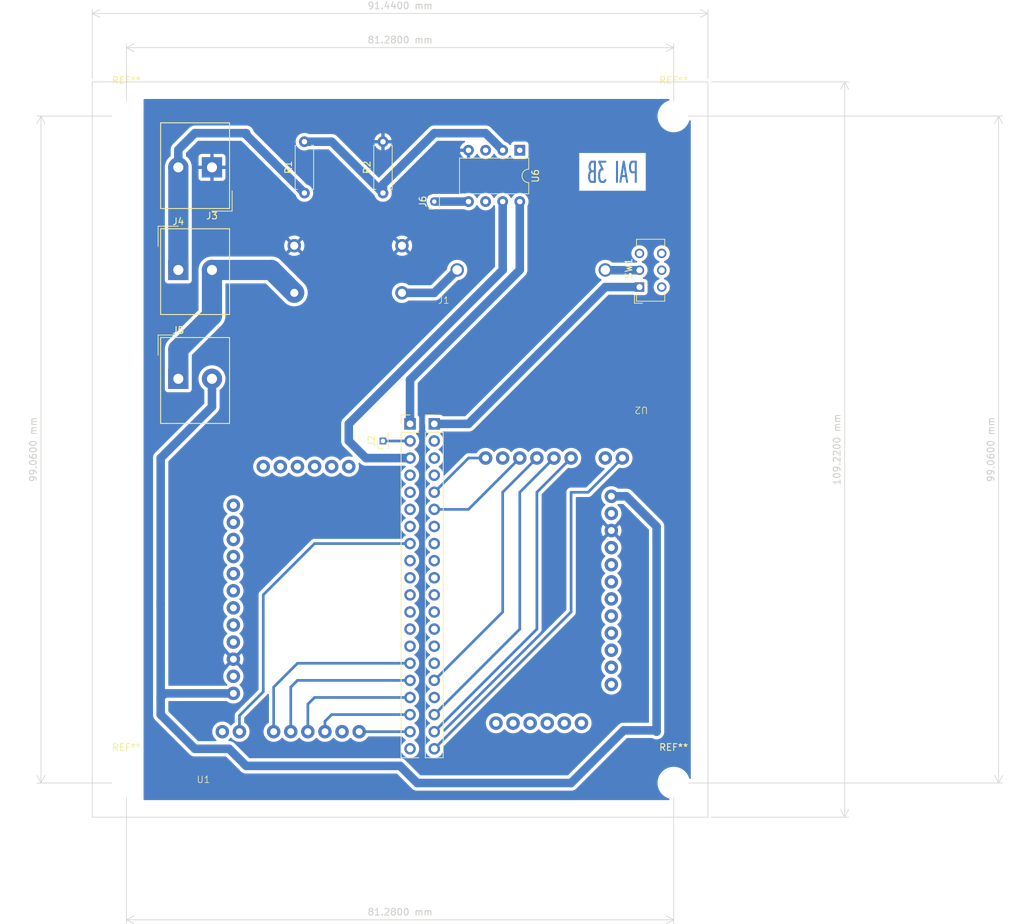
<source format=kicad_pcb>
(kicad_pcb (version 20221018) (generator pcbnew)
  (layers (0 "F.Cu" signal) (31 "B.Cu" signal) (34 "B.Paste" user) (35 "F.Paste" user) (36 "B.SilkS" user "B.Silkscreen") (37 "F.SilkS" user "F.Silkscreen") (38 "B.Mask" user) (39 "F.Mask" user) (44 "Edge.Cuts" user))
  (net 0 "")
  (net 1 "Net-(J1-Pin_1)")
  (net 2 "Net-(J4-Pin_2)")
  (net 8 "Net-(J1-Pin_2)")
  (net 23 "Net-(J5-Pin_2)")
  (net 24 "Net-(U1-M2PWM)")
  (net 25 "Net-(U1-M1PWM)")
  (net 26 "Net-(U1-M2Dir)")
  (net 27 "Net-(U1-M1Dir)")
  (net 28 "Net-(U1-M2EN)")
  (net 45 "Net-(U2-M2Fault)")
  (net 47 "Net-(U2-M2PWM)")
  (net 48 "Net-(U2-M1PWM)")
  (net 49 "Net-(U2-M2Dir)")
  (net 50 "Net-(U2-M1Dir)")
  (net 52 "Net-(U2-M1EN)")
  (net 53 "Net-(U6-XTAL1{slash}PB3)")
  (net 54 "Net-(SW1-A-Pad1)")
  (net 56 "Net-(U6-VCC)")
  (net 80 "Net-(U6-PB2)")
  (net 85 "GND")
  (net 86 "+24V")
  (net 88 "Net-(J2-Pin_1)")
  (net 89 "Net-(J6-Pin_1)")
  (net 91 "Net-(U1-M2Fault)")
  (footprint "libpai:regulador" (layer "F.Cu") (at 168.9225 88.2175 90)
    (fp_text reference "U4" hide)
    (fp_text value "~" hide)
    (pad "1" thru_hole circle (at 1 -17 90) (size 2 2) (drill 1.2) (layers "*.Cu" "*.Mask") (net 2 "Net-(J4-Pin_2)"))
    (pad "2" thru_hole circle (at 8 -17 90) (size 2 2) (drill 1.2) (layers "*.Cu" "*.Mask") (net 85 "GND"))
    (pad "3" thru_hole circle (at 1 -1 91.02) (size 2 2) (drill 1.2) (layers "*.Cu" "*.Mask") (net 1 "Net-(J1-Pin_1)"))
    (pad "4" thru_hole circle (at 8 -1 90) (size 2 2) (drill 1.2) (layers "*.Cu" "*.Mask") (net 85 "GND"))
  )
  (footprint "libpai:fusible" (layer "F.Cu") (at 174.12 88.82)
    (fp_text reference "J1" (at 0 -0.5 unlocked) (layer "F.SilkS") (effects (font (thickness 0.1))))
    (fp_text value "Fusible")
    (pad "1" thru_hole circle (at 2 -5) (size 2 2) (drill 1.4) (layers "*.Cu" "*.Mask") (net 1 "Net-(J1-Pin_1)"))
    (pad "2" thru_hole circle (at 24 -5) (size 2 2) (drill 1.4) (layers "*.Cu" "*.Mask") (net 8 "Net-(J1-Pin_2)"))
  )
  (footprint "Resistor_THT:R_Axial_DIN0207_L6.3mm_D2.5mm_P7.62mm_Horizontal" (layer "F.Cu") (at 153.43 72.39 90)
    (fp_text reference "R1" (at 3.81 -2.37 90) (layer "F.SilkS"))
    (fp_text value "R")
    (fp_line (start 0.54 -1.37) (end 7.08 -1.37) (stroke (width 0.12)) (layer "F.SilkS"))
    (fp_line (start 0.54 -1.04) (end 0.54 -1.37) (stroke (width 0.12)) (layer "F.SilkS"))
    (fp_line (start 0.54 1.04) (end 0.54 1.37) (stroke (width 0.12)) (layer "F.SilkS"))
    (fp_line (start 0.54 1.37) (end 7.08 1.37) (stroke (width 0.12)) (layer "F.SilkS"))
    (fp_line (start 7.08 -1.37) (end 7.08 -1.04) (stroke (width 0.12)) (layer "F.SilkS"))
    (fp_line (start 7.08 1.37) (end 7.08 1.04) (stroke (width 0.12)) (layer "F.SilkS"))
    (pad "1" thru_hole circle (at 0 0 90) (size 1.6 1.6) (drill 0.8) (layers "*.Cu" "*.Mask") (net 86 "+24V"))
    (pad "2" thru_hole oval (at 7.62 0 90) (size 1.6 1.6) (drill 0.8) (layers "*.Cu" "*.Mask") (net 53 "Net-(U6-XTAL1{slash}PB3)"))
  )
  (footprint "Package_DIP:DIP-8_W7.62mm" (layer "F.Cu") (at 185.42 66.04 -90)
    (fp_text reference "U6" (at 3.81 -2.33 90) (layer "F.SilkS"))
    (fp_text value "ATtiny85-20P")
    (fp_line (start 1.16 -1.33) (end 1.16 8.95) (stroke (width 0.12)) (layer "F.SilkS"))
    (fp_line (start 1.16 8.95) (end 6.46 8.95) (stroke (width 0.12)) (layer "F.SilkS"))
    (fp_line (start 2.81 -1.33) (end 1.16 -1.33) (stroke (width 0.12)) (layer "F.SilkS"))
    (fp_line (start 6.46 -1.33) (end 4.81 -1.33) (stroke (width 0.12)) (layer "F.SilkS"))
    (fp_line (start 6.46 8.95) (end 6.46 -1.33) (stroke (width 0.12)) (layer "F.SilkS"))
    (fp_arc (start 4.81 -1.33) (mid 3.81 -0.33) (end 2.81 -1.33) (stroke (width 0.12)) (layer "F.SilkS"))
    (pad "1" thru_hole rect (at 0 0 270) (size 1.6 1.6) (drill 0.8) (layers "*.Cu" "*.Mask"))
    (pad "2" thru_hole oval (at 0 2.54 270) (size 1.6 1.6) (drill 0.8) (layers "*.Cu" "*.Mask") (net 53 "Net-(U6-XTAL1{slash}PB3)"))
    (pad "3" thru_hole oval (at 0 5.08 270) (size 1.6 1.6) (drill 0.8) (layers "*.Cu" "*.Mask"))
    (pad "4" thru_hole oval (at 0 7.62 270) (size 1.6 1.6) (drill 0.8) (layers "*.Cu" "*.Mask") (net 85 "GND"))
    (pad "5" thru_hole oval (at 7.62 7.62 270) (size 1.6 1.6) (drill 0.8) (layers "*.Cu" "*.Mask") (net 89 "Net-(J6-Pin_1)"))
    (pad "6" thru_hole oval (at 7.62 5.08 270) (size 1.6 1.6) (drill 0.8) (layers "*.Cu" "*.Mask"))
    (pad "7" thru_hole oval (at 7.62 2.54 270) (size 1.6 1.6) (drill 0.8) (layers "*.Cu" "*.Mask") (net 80 "Net-(U6-PB2)"))
    (pad "8" thru_hole oval (at 7.62 0 270) (size 1.6 1.6) (drill 0.8) (layers "*.Cu" "*.Mask") (net 56 "Net-(U6-VCC)"))
  )
  (footprint "TerminalBlock_Altech:Altech_AK300_1x02_P5.00mm_45-Degree" (layer "F.Cu") (at 139.7 68.58 180)
    (fp_text reference "J3" (at 0 -7.2) (layer "F.SilkS"))
    (fp_text value "Input 24 V")
    (fp_line (start -3 -6.5) (end 0 -6.5) (stroke (width 0.12)) (layer "F.SilkS"))
    (fp_line (start -3 -3.5) (end -3 -6.5) (stroke (width 0.12)) (layer "F.SilkS"))
    (fp_line (start -2.62 -6.12) (end -2.62 6.62) (stroke (width 0.12)) (layer "F.SilkS"))
    (fp_line (start -2.62 -6.12) (end -2.62 6.62) (stroke (width 0.12)) (layer "F.SilkS"))
    (fp_line (start -2.62 -6.12) (end 7.62 -6.12) (stroke (width 0.12)) (layer "F.SilkS"))
    (fp_line (start -2.62 -6.12) (end 7.62 -6.12) (stroke (width 0.12)) (layer "F.SilkS"))
    (fp_line (start -2.62 6.62) (end 7.62 6.62) (stroke (width 0.12)) (layer "F.SilkS"))
    (fp_line (start -2.62 6.62) (end 7.62 6.62) (stroke (width 0.12)) (layer "F.SilkS"))
    (fp_line (start 7.62 -6.12) (end 7.62 6.62) (stroke (width 0.12)) (layer "F.SilkS"))
    (fp_line (start 7.62 -6.12) (end 7.62 6.62) (stroke (width 0.12)) (layer "F.SilkS"))
    (pad "1" thru_hole rect (at 0 0 180) (size 3 3) (drill 1.5) (layers "*.Cu" "*.Mask") (net 85 "GND"))
    (pad "2" thru_hole circle (at 5 0 180) (size 3 3) (drill 1.5) (layers "*.Cu" "*.Mask") (net 86 "+24V"))
  )
  (footprint "TerminalBlock_Altech:Altech_AK300_1x02_P5.00mm_45-Degree" (layer "F.Cu") (at 134.7 83.82)
    (fp_text reference "J4" (at 0 -7.2) (layer "F.SilkS"))
    (fp_text value "Boton Encendido ")
    (fp_line (start -3 -6.5) (end 0 -6.5) (stroke (width 0.12)) (layer "F.SilkS"))
    (fp_line (start -3 -3.5) (end -3 -6.5) (stroke (width 0.12)) (layer "F.SilkS"))
    (fp_line (start -2.62 -6.12) (end -2.62 6.62) (stroke (width 0.12)) (layer "F.SilkS"))
    (fp_line (start -2.62 -6.12) (end -2.62 6.62) (stroke (width 0.12)) (layer "F.SilkS"))
    (fp_line (start -2.62 -6.12) (end 7.62 -6.12) (stroke (width 0.12)) (layer "F.SilkS"))
    (fp_line (start -2.62 -6.12) (end 7.62 -6.12) (stroke (width 0.12)) (layer "F.SilkS"))
    (fp_line (start -2.62 6.62) (end 7.62 6.62) (stroke (width 0.12)) (layer "F.SilkS"))
    (fp_line (start -2.62 6.62) (end 7.62 6.62) (stroke (width 0.12)) (layer "F.SilkS"))
    (fp_line (start 7.62 -6.12) (end 7.62 6.62) (stroke (width 0.12)) (layer "F.SilkS"))
    (fp_line (start 7.62 -6.12) (end 7.62 6.62) (stroke (width 0.12)) (layer "F.SilkS"))
    (pad "1" thru_hole rect (at 0 0) (size 3 3) (drill 1.5) (layers "*.Cu" "*.Mask") (net 86 "+24V"))
    (pad "2" thru_hole circle (at 5 0) (size 3 3) (drill 1.5) (layers "*.Cu" "*.Mask") (net 2 "Net-(J4-Pin_2)"))
  )
  (footprint "MountingHole:MountingHole_4.3mm_M4" (layer "F.Cu") (at 208.28 160.02)
    (fp_text reference "REF**" (at 0 -5.3) (layer "F.SilkS"))
    (fp_text value "MountingHole_4.3mm_M4")
    (pad "" np_thru_hole circle (at 0 0) (size 4.3 4.3) (drill 4.3) (layers "*.Cu" "*.Mask"))
  )
  (footprint "MountingHole:MountingHole_4.3mm_M4" (layer "F.Cu") (at 127 60.96)
    (fp_text reference "REF**" (at 0 -5.3) (layer "F.SilkS"))
    (fp_text value "MountingHole_4.3mm_M4")
    (pad "" np_thru_hole circle (at 0 0) (size 4.3 4.3) (drill 4.3) (layers "*.Cu" "*.Mask"))
  )
  (footprint "libpai:Pololu MAX 14870 Dual Shield Arduino" (layer "F.Cu") (at 203.47 104.14 180)
    (fp_text reference "U2" (at 0 -0.5 180 unlocked) (layer "F.SilkS") (effects (font (thickness 0.1))))
    (fp_text value "~")
    (pad "1" thru_hole circle (at 8.89 -46.99 180) (size 2 2) (drill 1.02) (layers "*.Cu" "*.Mask"))
    (pad "2" thru_hole circle (at 11.43 -46.99 180) (size 2 2) (drill 1.02) (layers "*.Cu" "*.Mask"))
    (pad "3" thru_hole circle (at 13.97 -46.99 180) (size 2 2) (drill 1.02) (layers "*.Cu" "*.Mask"))
    (pad "4" thru_hole circle (at 16.51 -46.99 180) (size 2 2) (drill 1.02) (layers "*.Cu" "*.Mask"))
    (pad "5" thru_hole circle (at 19.05 -46.99 180) (size 2 2) (drill 1.02) (layers "*.Cu" "*.Mask"))
    (pad "6" thru_hole circle (at 21.59 -46.99 180) (size 2 2) (drill 1.02) (layers "*.Cu" "*.Mask"))
    (pad "7" thru_hole circle (at 4.45 -41.24 180) (size 2 2) (drill 1.02) (layers "*.Cu" "*.Mask"))
    (pad "8" thru_hole circle (at 4.45 -38.7 180) (size 2 2) (drill 1.02) (layers "*.Cu" "*.Mask"))
    (pad "9" thru_hole circle (at 4.45 -36.16 180) (size 2 2) (drill 1.02) (layers "*.Cu" "*.Mask"))
    (pad "10" thru_hole circle (at 4.45 -33.62 180) (size 2 2) (drill 1.02) (layers "*.Cu" "*.Mask"))
    (pad "11" thru_hole circle (at 4.45 -31.08 180) (size 2 2) (drill 1.02) (layers "*.Cu" "*.Mask"))
    (pad "12" thru_hole circle (at 4.45 -28.54 180) (size 2 2) (drill 1.02) (layers "*.Cu" "*.Mask"))
    (pad "13" thru_hole circle (at 4.45 -26 180) (size 2 2) (drill 1.02) (layers "*.Cu" "*.Mask"))
    (pad "14" thru_hole circle (at 4.45 -23.46 180) (size 2 2) (drill 1.02) (layers "*.Cu" "*.Mask"))
    (pad "15" thru_hole circle (at 4.45 -20.92 180) (size 2 2) (drill 1.02) (layers "*.Cu" "*.Mask"))
    (pad "16" thru_hole circle (at 4.45 -18.38 180) (size 2 2) (drill 1.02) (layers "*.Cu" "*.Mask") (net 85 "GND"))
    (pad "17" thru_hole circle (at 4.45 -15.84 180) (size 2 2) (drill 1.02) (layers "*.Cu" "*.Mask"))
    (pad "18" thru_hole circle (at 4.45 -13.3 180) (size 2 2) (drill 1.02) (layers "*.Cu" "*.Mask") (net 23 "Net-(J5-Pin_2)"))
    (pad "19" thru_hole circle (at 23.13 -7.61 180) (size 2 2) (drill 1.02) (layers "*.Cu" "*.Mask") (net 45 "Net-(U2-M2Fault)"))
    (pad "20" thru_hole circle (at 20.59 -7.61 180) (size 2 2) (drill 1.02) (layers "*.Cu" "*.Mask"))
    (pad "21" thru_hole circle (at 18.05 -7.61 180) (size 2 2) (drill 1.02) (layers "*.Cu" "*.Mask") (net 47 "Net-(U2-M2PWM)"))
    (pad "22" thru_hole circle (at 15.51 -7.61 180) (size 2 2) (drill 1.02) (layers "*.Cu" "*.Mask") (net 48 "Net-(U2-M1PWM)"))
    (pad "23" thru_hole circle (at 12.97 -7.62 180) (size 2 2) (drill 1.02) (layers "*.Cu" "*.Mask") (net 49 "Net-(U2-M2Dir)"))
    (pad "24" thru_hole circle (at 10.43 -7.61 180) (size 2 2) (drill 1.02) (layers "*.Cu" "*.Mask") (net 50 "Net-(U2-M1Dir)"))
    (pad "25" thru_hole circle (at 5.35 -7.61 180) (size 2 2) (drill 1.02) (layers "*.Cu" "*.Mask"))
    (pad "26" thru_hole circle (at 2.81 -7.61 180) (size 2 2) (drill 1.02) (layers "*.Cu" "*.Mask") (net 52 "Net-(U2-M1EN)"))
  )
  (footprint "Connector_PinHeader_1.27mm:PinHeader_1x01_P1.27mm_Vertical" (layer "F.Cu") (at 165.1 109.22 90)
    (fp_text reference "J2" (at 0 -1.695 90) (layer "F.SilkS"))
    (fp_text value "Conn_01x01_Pin")
    (fp_line (start -1.11 -0.76) (end 0 -0.76) (stroke (width 0.12)) (layer "F.SilkS"))
    (fp_line (start -1.11 0) (end -1.11 -0.76) (stroke (width 0.12)) (layer "F.SilkS"))
    (fp_line (start -1.11 0.76) (end -1.11 0.695) (stroke (width 0.12)) (layer "F.SilkS"))
    (fp_line (start -1.11 0.76) (end -0.563471 0.76) (stroke (width 0.12)) (layer "F.SilkS"))
    (fp_line (start -1.11 0.76) (end 1.11 0.76) (stroke (width 0.12)) (layer "F.SilkS"))
    (fp_line (start 0.563471 0.76) (end 1.11 0.76) (stroke (width 0.12)) (layer "F.SilkS"))
    (fp_line (start 1.11 0.76) (end 1.11 0.695) (stroke (width 0.12)) (layer "F.SilkS"))
    (pad "1" thru_hole rect (at 0 0 90) (size 1 1) (drill 0.65) (layers "*.Cu" "*.Mask") (net 88 "Net-(J2-Pin_1)"))
  )
  (footprint "Connector_PinHeader_1.27mm:PinHeader_1x01_P1.27mm_Vertical" (layer "F.Cu") (at 172.72 73.66 90)
    (fp_text reference "J6" (at 0 -1.695 90) (layer "F.SilkS"))
    (fp_text value "Conn_01x01_Pin")
    (fp_line (start -1.11 -0.76) (end 0 -0.76) (stroke (width 0.12)) (layer "F.SilkS"))
    (fp_line (start -1.11 0) (end -1.11 -0.76) (stroke (width 0.12)) (layer "F.SilkS"))
    (fp_line (start -1.11 0.76) (end -1.11 0.695) (stroke (width 0.12)) (layer "F.SilkS"))
    (fp_line (start -1.11 0.76) (end -0.563471 0.76) (stroke (width 0.12)) (layer "F.SilkS"))
    (fp_line (start -1.11 0.76) (end 1.11 0.76) (stroke (width 0.12)) (layer "F.SilkS"))
    (fp_line (start 0.563471 0.76) (end 1.11 0.76) (stroke (width 0.12)) (layer "F.SilkS"))
    (fp_line (start 1.11 0.76) (end 1.11 0.695) (stroke (width 0.12)) (layer "F.SilkS"))
    (pad "1" thru_hole rect (at 0 0 90) (size 1 1) (drill 0.65) (layers "*.Cu" "*.Mask") (net 89 "Net-(J6-Pin_1)"))
  )
  (footprint "Resistor_THT:R_Axial_DIN0207_L6.3mm_D2.5mm_P7.62mm_Horizontal" (layer "F.Cu") (at 165.1 72.39 90)
    (fp_text reference "R2" (at 3.81 -2.37 90) (layer "F.SilkS"))
    (fp_text value "R")
    (fp_line (start 0.54 -1.37) (end 7.08 -1.37) (stroke (width 0.12)) (layer "F.SilkS"))
    (fp_line (start 0.54 -1.04) (end 0.54 -1.37) (stroke (width 0.12)) (layer "F.SilkS"))
    (fp_line (start 0.54 1.04) (end 0.54 1.37) (stroke (width 0.12)) (layer "F.SilkS"))
    (fp_line (start 0.54 1.37) (end 7.08 1.37) (stroke (width 0.12)) (layer "F.SilkS"))
    (fp_line (start 7.08 -1.37) (end 7.08 -1.04) (stroke (width 0.12)) (layer "F.SilkS"))
    (fp_line (start 7.08 1.37) (end 7.08 1.04) (stroke (width 0.12)) (layer "F.SilkS"))
    (pad "1" thru_hole circle (at 0 0 90) (size 1.6 1.6) (drill 0.8) (layers "*.Cu" "*.Mask") (net 53 "Net-(U6-XTAL1{slash}PB3)"))
    (pad "2" thru_hole oval (at 7.62 0 90) (size 1.6 1.6) (drill 0.8) (layers "*.Cu" "*.Mask") (net 85 "GND"))
  )
  (footprint "MountingHole:MountingHole_4.3mm_M4" (layer "F.Cu") (at 127 160.02)
    (fp_text reference "REF**" (at 0 -5.3) (layer "F.SilkS"))
    (fp_text value "MountingHole_4.3mm_M4")
    (pad "" np_thru_hole circle (at 0 0) (size 4.3 4.3) (drill 4.3) (layers "*.Cu" "*.Mask"))
  )
  (footprint "libpai:Pololu MAX 14870 Dual Shield Arduino" (layer "F.Cu") (at 138.43 160.01)
    (fp_text reference "U1" (at 0 -0.5 unlocked) (layer "F.SilkS") (effects (font (thickness 0.1))))
    (fp_text value "~")
    (pad "1" thru_hole circle (at 8.89 -46.99) (size 2 2) (drill 1.02) (layers "*.Cu" "*.Mask"))
    (pad "2" thru_hole circle (at 11.43 -46.99) (size 2 2) (drill 1.02) (layers "*.Cu" "*.Mask"))
    (pad "3" thru_hole circle (at 13.97 -46.99) (size 2 2) (drill 1.02) (layers "*.Cu" "*.Mask"))
    (pad "4" thru_hole circle (at 16.51 -46.99) (size 2 2) (drill 1.02) (layers "*.Cu" "*.Mask"))
    (pad "5" thru_hole circle (at 19.05 -46.99) (size 2 2) (drill 1.02) (layers "*.Cu" "*.Mask"))
    (pad "6" thru_hole circle (at 21.59 -46.99) (size 2 2) (drill 1.02) (layers "*.Cu" "*.Mask"))
    (pad "7" thru_hole circle (at 4.45 -41.24) (size 2 2) (drill 1.02) (layers "*.Cu" "*.Mask"))
    (pad "8" thru_hole circle (at 4.45 -38.7) (size 2 2) (drill 1.02) (layers "*.Cu" "*.Mask"))
    (pad "9" thru_hole circle (at 4.45 -36.16) (size 2 2) (drill 1.02) (layers "*.Cu" "*.Mask"))
    (pad "10" thru_hole circle (at 4.45 -33.62) (size 2 2) (drill 1.02) (layers "*.Cu" "*.Mask"))
    (pad "11" thru_hole circle (at 4.45 -31.08) (size 2 2) (drill 1.02) (layers "*.Cu" "*.Mask"))
    (pad "12" thru_hole circle (at 4.45 -28.54) (size 2 2) (drill 1.02) (layers "*.Cu" "*.Mask"))
    (pad "13" thru_hole circle (at 4.45 -26) (size 2 2) (drill 1.02) (layers "*.Cu" "*.Mask"))
    (pad "14" thru_hole circle (at 4.45 -23.46) (size 2 2) (drill 1.02) (layers "*.Cu" "*.Mask"))
    (pad "15" thru_hole circle (at 4.45 -20.92) (size 2 2) (drill 1.02) (layers "*.Cu" "*.Mask"))
    (pad "16" thru_hole circle (at 4.45 -18.38) (size 2 2) (drill 1.02) (layers "*.Cu" "*.Mask") (net 85 "GND"))
    (pad "17" thru_hole circle (at 4.45 -15.84) (size 2 2) (drill 1.02) (layers "*.Cu" "*.Mask"))
    (pad "18" thru_hole circle (at 4.45 -13.3) (size 2 2) (drill 1.02) (layers "*.Cu" "*.Mask") (net 23 "Net-(J5-Pin_2)"))
    (pad "19" thru_hole circle (at 23.13 -7.61) (size 2 2) (drill 1.02) (layers "*.Cu" "*.Mask") (net 91 "Net-(U1-M2Fault)"))
    (pad "20" thru_hole circle (at 20.59 -7.61) (size 2 2) (drill 1.02) (layers "*.Cu" "*.Mask"))
    (pad "21" thru_hole circle (at 18.05 -7.61) (size 2 2) (drill 1.02) (layers "*.Cu" "*.Mask") (net 24 "Net-(U1-M2PWM)"))
    (pad "22" thru_hole circle (at 15.51 -7.61) (size 2 2) (drill 1.02) (layers "*.Cu" "*.Mask") (net 25 "Net-(U1-M1PWM)"))
    (pad "23" thru_hole circle (at 12.97 -7.62) (size 2 2) (drill 1.02) (layers "*.Cu" "*.Mask") (net 26 "Net-(U1-M2Dir)"))
    (pad "24" thru_hole circle (at 10.43 -7.61) (size 2 2) (drill 1.02) (layers "*.Cu" "*.Mask") (net 27 "Net-(U1-M1Dir)"))
    (pad "25" thru_hole circle (at 5.35 -7.61) (size 2 2) (drill 1.02) (layers "*.Cu" "*.Mask") (net 28 "Net-(U1-M2EN)"))
    (pad "26" thru_hole circle (at 2.81 -7.61) (size 2 2) (drill 1.02) (layers "*.Cu" "*.Mask"))
  )
  (footprint "MountingHole:MountingHole_4.3mm_M4" (layer "F.Cu") (at 208.28 60.96)
    (fp_text reference "REF**" (at 0 -5.3) (layer "F.SilkS"))
    (fp_text value "MountingHole_4.3mm_M4")
    (pad "" np_thru_hole circle (at 0 0) (size 4.3 4.3) (drill 4.3) (layers "*.Cu" "*.Mask"))
  )
  (footprint "TerminalBlock_Altech:Altech_AK300_1x02_P5.00mm_45-Degree" (layer "F.Cu") (at 134.7 99.985)
    (fp_text reference "J5" (at 0 -7.2) (layer "F.SilkS"))
    (fp_text value "Parada de Emergencia ")
    (fp_line (start -3 -6.5) (end 0 -6.5) (stroke (width 0.12)) (layer "F.SilkS"))
    (fp_line (start -3 -3.5) (end -3 -6.5) (stroke (width 0.12)) (layer "F.SilkS"))
    (fp_line (start -2.62 -6.12) (end -2.62 6.62) (stroke (width 0.12)) (layer "F.SilkS"))
    (fp_line (start -2.62 -6.12) (end -2.62 6.62) (stroke (width 0.12)) (layer "F.SilkS"))
    (fp_line (start -2.62 -6.12) (end 7.62 -6.12) (stroke (width 0.12)) (layer "F.SilkS"))
    (fp_line (start -2.62 -6.12) (end 7.62 -6.12) (stroke (width 0.12)) (layer "F.SilkS"))
    (fp_line (start -2.62 6.62) (end 7.62 6.62) (stroke (width 0.12)) (layer "F.SilkS"))
    (fp_line (start -2.62 6.62) (end 7.62 6.62) (stroke (width 0.12)) (layer "F.SilkS"))
    (fp_line (start 7.62 -6.12) (end 7.62 6.62) (stroke (width 0.12)) (layer "F.SilkS"))
    (fp_line (start 7.62 -6.12) (end 7.62 6.62) (stroke (width 0.12)) (layer "F.SilkS"))
    (pad "1" thru_hole rect (at 0 0) (size 3 3) (drill 1.5) (layers "*.Cu" "*.Mask") (net 2 "Net-(J4-Pin_2)"))
    (pad "2" thru_hole circle (at 5 0) (size 3 3) (drill 1.5) (layers "*.Cu" "*.Mask") (net 23 "Net-(J5-Pin_2)"))
  )
  (footprint "libpai:raspberry" (layer "F.Cu") (at 172.4 107.42)
    (fp_text reference "U3" hide)
    (fp_text value "~" hide)
    (fp_line (start -4.61 -2.07) (end -3.28 -2.07) (stroke (width 0.12)) (layer "F.SilkS"))
    (fp_line (start -4.61 -0.74) (end -4.61 -2.07) (stroke (width 0.12)) (layer "F.SilkS"))
    (fp_line (start -4.61 0.53) (end -4.61 48.85) (stroke (width 0.12)) (layer "F.SilkS"))
    (fp_line (start -4.61 0.53) (end -1.95 0.53) (stroke (width 0.12)) (layer "F.SilkS"))
    (fp_line (start -4.61 48.85) (end -1.95 48.85) (stroke (width 0.12)) (layer "F.SilkS"))
    (fp_line (start -1.01 -2.07) (end 0.32 -2.07) (stroke (width 0.12)) (layer "F.SilkS"))
    (fp_line (start -1.01 -0.74) (end -1.01 -2.07) (stroke (width 0.12)) (layer "F.SilkS"))
    (fp_line (start -1.01 0.53) (end -1.01 48.85) (stroke (width 0.12)) (layer "F.SilkS"))
    (fp_line (start -1.01 0.53) (end 1.65 0.53) (stroke (width 0.12)) (layer "F.SilkS"))
    (fp_line (start -1.01 48.85) (end 1.65 48.85) (stroke (width 0.12)) (layer "F.SilkS"))
    (fp_line (start 1.65 0.53) (end 1.65 48.85) (stroke (width 0.12)) (layer "F.SilkS"))
    (pad "1" thru_hole rect (at -3.28 -0.74) (size 1.7 1.7) (drill 1) (layers "*.Cu" "*.Mask") (net 56 "Net-(U6-VCC)"))
    (pad "2" thru_hole rect (at 0.32 -0.74) (size 1.7 1.7) (drill 1) (layers "*.Cu" "*.Mask") (net 54 "Net-(SW1-A-Pad1)"))
    (pad "3" thru_hole oval (at -3.28 1.8) (size 1.7 1.7) (drill 1) (layers "*.Cu" "*.Mask") (net 88 "Net-(J2-Pin_1)"))
    (pad "4" thru_hole oval (at 0.32 1.8) (size 1.7 1.7) (drill 1) (layers "*.Cu" "*.Mask"))
    (pad "5" thru_hole oval (at -3.28 4.34) (size 1.7 1.7) (drill 1) (layers "*.Cu" "*.Mask") (net 80 "Net-(U6-PB2)"))
    (pad "6" thru_hole oval (at 0.32 4.34) (size 1.7 1.7) (drill 1) (layers "*.Cu" "*.Mask"))
    (pad "7" thru_hole oval (at -3.28 6.88) (size 1.7 1.7) (drill 1) (layers "*.Cu" "*.Mask"))
    (pad "8" thru_hole oval (at 0.32 6.88) (size 1.7 1.7) (drill 1) (layers "*.Cu" "*.Mask"))
    (pad "9" thru_hole oval (at -3.28 9.42) (size 1.7 1.7) (drill 1) (layers "*.Cu" "*.Mask" "Eco2.User"))
    (pad "10" thru_hole oval (at 0.32 9.42) (size 1.7 1.7) (drill 1) (layers "*.Cu" "*.Mask") (net 45 "Net-(U2-M2Fault)"))
    (pad "11" thru_hole oval (at -3.28 11.96) (size 1.7 1.7) (drill 1) (layers "*.Cu" "*.Mask"))
    (pad "12" thru_hole oval (at 0.32 11.96) (size 1.7 1.7) (drill 1) (layers "*.Cu" "*.Mask") (net 47 "Net-(U2-M2PWM)"))
    (pad "13" thru_hole oval (at -3.28 14.5) (size 1.7 1.7) (drill 1) (layers "*.Cu" "*.Mask"))
    (pad "14" thru_hole oval (at 0.32 14.5) (size 1.7 1.7) (drill 1) (layers "*.Cu" "*.Mask"))
    (pad "15" thru_hole oval (at -3.28 17.04) (size 1.7 1.7) (drill 1) (layers "*.Cu" "*.Mask") (net 28 "Net-(U1-M2EN)"))
    (pad "16" thru_hole oval (at 0.32 17.04) (size 1.7 1.7) (drill 1) (layers "*.Cu" "*.Mask"))
    (pad "17" thru_hole oval (at -3.28 19.58) (size 1.7 1.7) (drill 1) (layers "*.Cu" "*.Mask"))
    (pad "18" thru_hole oval (at 0.32 19.58) (size 1.7 1.7) (drill 1) (layers "*.Cu" "*.Mask"))
    (pad "19" thru_hole oval (at -3.28 22.12) (size 1.7 1.7) (drill 1) (layers "*.Cu" "*.Mask" "B.Adhes"))
    (pad "20" thru_hole oval (at 0.32 22.12) (size 1.7 1.7) (drill 1) (layers "*.Cu" "*.Mask"))
    (pad "21" thru_hole oval (at -3.28 24.66) (size 1.7 1.7) (drill 1) (layers "*.Cu" "*.Mask"))
    (pad "22" thru_hole oval (at 0.32 24.66) (size 1.7 1.7) (drill 1) (layers "*.Cu" "*.Mask"))
    (pad "23" thru_hole oval (at -3.28 27.2) (size 1.7 1.7) (drill 1) (layers "*.Cu" "*.Mask"))
    (pad "24" thru_hole oval (at 0.32 27.2) (size 1.7 1.7) (drill 1) (layers "*.Cu" "*.Mask"))
    (pad "25" thru_hole oval (at -3.28 29.74) (size 1.7 1.7) (drill 1) (layers "*.Cu" "*.Mask"))
    (pad "26" thru_hole oval (at 0.32 29.74) (size 1.7 1.7) (drill 1) (layers "*.Cu" "*.Mask"))
    (pad "27" thru_hole oval (at -3.28 32.28) (size 1.7 1.7) (drill 1) (layers "*.Cu" "*.Mask"))
    (pad "28" thru_hole oval (at 0.32 32.28) (size 1.7 1.7) (drill 1) (layers "*.Cu" "*.Mask"))
    (pad "29" thru_hole oval (at -3.28 34.82) (size 1.7 1.7) (drill 1) (layers "*.Cu" "*.Mask") (net 27 "Net-(U1-M1Dir)"))
    (pad "30" thru_hole oval (at 0.32 34.82) (size 1.7 1.7) (drill 1) (layers "*.Cu" "*.Mask"))
    (pad "31" thru_hole oval (at -3.28 37.36) (size 1.7 1.7) (drill 1) (layers "*.Cu" "*.Mask") (net 26 "Net-(U1-M2Dir)"))
    (pad "32" thru_hole oval (at 0.32 37.36) (size 1.7 1.7) (drill 1) (layers "*.Cu" "*.Mask") (net 48 "Net-(U2-M1PWM)"))
    (pad "33" thru_hole oval (at -3.28 39.9) (size 1.7 1.7) (drill 1) (layers "*.Cu" "*.Mask") (net 25 "Net-(U1-M1PWM)"))
    (pad "34" thru_hole oval (at 0.32 39.9) (size 1.7 1.7) (drill 1) (layers "*.Cu" "*.Mask"))
    (pad "35" thru_hole oval (at -3.28 42.44) (size 1.7 1.7) (drill 1) (layers "*.Cu" "*.Mask") (net 24 "Net-(U1-M2PWM)"))
    (pad "36" thru_hole oval (at 0.32 42.44) (size 1.7 1.7) (drill 1) (layers "*.Cu" "*.Mask") (net 49 "Net-(U2-M2Dir)"))
    (pad "37" thru_hole oval (at -3.28 44.98) (size 1.7 1.7) (drill 1) (layers "*.Cu" "*.Mask") (net 91 "Net-(U1-M2Fault)"))
    (pad "38" thru_hole oval (at 0.32 44.98) (size 1.7 1.7) (drill 1) (layers "*.Cu" "*.Mask") (net 50 "Net-(U2-M1Dir)"))
    (pad "39" thru_hole oval (at -3.28 47.52) (size 1.7 1.7) (drill 1) (layers "*.Cu" "*.Mask"))
    (pad "40" thru_hole oval (at 0.32 47.52) (size 1.7 1.7) (drill 1) (layers "*.Cu" "*.Mask") (net 52 "Net-(U2-M1EN)"))
  )
  (footprint "Button_Switch_THT:SW_CuK_JS202011CQN_DPDT_Straight" (layer "F.Cu") (at 203.2 86.36 90)
    (fp_text reference "SW1" (at 2.75 -1.6 90) (layer "F.SilkS"))
    (fp_text value "SW_Push_DPDT")
    (fp_line (start -2.4 -0.75) (end -2.4 0.45) (stroke (width 0.12)) (layer "F.SilkS"))
    (fp_line (start -2.1 -0.45) (end -2.1 3.75) (stroke (width 0.12)) (layer "F.SilkS"))
    (fp_line (start -2.1 3.75) (end -0.9 3.75) (stroke (width 0.12)) (layer "F.SilkS"))
    (fp_line (start -1.2 -0.75) (end -2.4 -0.75) (stroke (width 0.12)) (layer "F.SilkS"))
    (fp_line (start -0.9 -0.45) (end -2.1 -0.45) (stroke (width 0.12)) (layer "F.SilkS"))
    (fp_line (start 5.9 -0.45) (end 7.1 -0.45) (stroke (width 0.12)) (layer "F.SilkS"))
    (fp_line (start 7.1 -0.45) (end 7.1 3.75) (stroke (width 0.12)) (layer "F.SilkS"))
    (fp_line (start 7.1 3.75) (end 5.9 3.75) (stroke (width 0.12)) (layer "F.SilkS"))
    (pad "1" thru_hole rect (at 0 0 90) (size 1.4 1.4) (drill 0.9) (layers "*.Cu" "*.Mask") (net 54 "Net-(SW1-A-Pad1)"))
    (pad "2" thru_hole circle (at 2.5 0 90) (size 1.4 1.4) (drill 0.9) (layers "*.Cu" "*.Mask") (net 8 "Net-(J1-Pin_2)"))
    (pad "3" thru_hole circle (at 5 0 90) (size 1.4 1.4) (drill 0.9) (layers "*.Cu" "*.Mask"))
    (pad "4" thru_hole circle (at 0 3.3 90) (size 1.4 1.4) (drill 0.9) (layers "*.Cu" "*.Mask"))
    (pad "5" thru_hole circle (at 2.5 3.3 90) (size 1.4 1.4) (drill 0.9) (layers "*.Cu" "*.Mask"))
    (pad "6" thru_hole circle (at 5 3.3 90) (size 1.4 1.4) (drill 0.9) (layers "*.Cu" "*.Mask"))
  )
  (gr_rect (start 121.92 55.88) (end 213.36 165.1) (stroke (width 0.1)) (fill none) (layer "Edge.Cuts"))
  (gr_text "PAI 3B\n" (at 203.2 71.12) (layer "B.Cu") (effects (font (size 3 1.5) (thickness 0.3) bold) (justify left bottom mirror)))
  (dimension (type aligned) (layer "Edge.Cuts") (pts (xy 213.36 55.88) (xy 213.36 165.1)) (height -20.32) (gr_text "109,2200 mm" (at 232.53 110.49 90) (layer "Edge.Cuts") (effects (font (size 1 1) (thickness 0.15)))) (format (prefix "") (suffix "") (units 3) (units_format 1) (precision 4)) (style (thickness 0.1) (arrow_length 1.27) (text_position_mode 0) (extension_height 0.58642) (extension_offset 0.5) keep_text_aligned))
  (dimension (type aligned) (layer "Edge.Cuts") (pts (xy 213.36 55.88) (xy 121.92 55.88)) (height 10.16) (gr_text "91,4400 mm" (at 167.64 44.57) (layer "Edge.Cuts") (effects (font (size 1 1) (thickness 0.15)))) (format (prefix "") (suffix "") (units 3) (units_format 1) (precision 4)) (style (thickness 0.1) (arrow_length 1.27) (text_position_mode 0) (extension_height 0.58642) (extension_offset 0.5) keep_text_aligned))
  (dimension (type aligned) (layer "Edge.Cuts") (pts (xy 208.28 160.02) (xy 208.28 60.96)) (height 48.26) (gr_text "99,0600 mm" (at 255.39 110.49 90) (layer "Edge.Cuts") (effects (font (size 1 1) (thickness 0.15)))) (format (prefix "") (suffix "") (units 3) (units_format 1) (precision 4)) (style (thickness 0.1) (arrow_length 1.27) (text_position_mode 0) (extension_height 0.58642) (extension_offset 0.5) keep_text_aligned))
  (dimension (type aligned) (layer "Edge.Cuts") (pts (xy 127 160.02) (xy 127 60.96)) (height -12.7) (gr_text "99,0600 mm" (at 113.15 110.49 90) (layer "Edge.Cuts") (effects (font (size 1 1) (thickness 0.15)))) (format (prefix "") (suffix "") (units 3) (units_format 1) (precision 4)) (style (thickness 0.1) (arrow_length 1.27) (text_position_mode 0) (extension_height 0.58642) (extension_offset 0.5) keep_text_aligned))
  (dimension (type aligned) (layer "Edge.Cuts") (pts (xy 127 60.96) (xy 208.28 60.96)) (height -10.16) (gr_text "81,2800 mm" (at 167.64 49.65) (layer "Edge.Cuts") (effects (font (size 1 1) (thickness 0.15)))) (format (prefix "") (suffix "") (units 3) (units_format 1) (precision 4)) (style (thickness 0.1) (arrow_length 1.27) (text_position_mode 0) (extension_height 0.58642) (extension_offset 0.5) keep_text_aligned))
  (dimension (type aligned) (layer "Edge.Cuts") (pts (xy 127 160.02) (xy 208.28 160.02)) (height 20.319999) (gr_text "81,2800 mm" (at 167.64 179.189999) (layer "Edge.Cuts") (effects (font (size 1 1) (thickness 0.15)))) (format (prefix "") (suffix "") (units 3) (units_format 1) (precision 4)) (style (thickness 0.1) (arrow_length 1.27) (text_position_mode 0) (extension_height 0.58642) (extension_offset 0.5) keep_text_aligned))
  (segment (start 172.7225 87.2175) (end 176.12 83.82) (width 1.27) (layer "B.Cu") (net 1))
  (segment (start 167.9225 87.2175) (end 172.7225 87.2175) (width 1.27) (layer "B.Cu") (net 1))
  (segment (start 139.7 90.615) (end 139.7 83.82) (width 3) (layer "B.Cu") (net 2))
  (segment (start 134.7 99.985) (end 134.7 95.615) (width 3) (layer "B.Cu") (net 2))
  (segment (start 134.7 95.615) (end 139.7 90.615) (width 3) (layer "B.Cu") (net 2))
  (segment (start 139.7 83.82) (end 148.525 83.82) (width 3) (layer "B.Cu") (net 2))
  (segment (start 148.525 83.82) (end 151.9225 87.2175) (width 3) (layer "B.Cu") (net 2))
  (segment (start 203.2 83.86) (end 198.16 83.86) (width 1.27) (layer "B.Cu") (net 8))
  (segment (start 198.16 83.86) (end 198.12 83.82) (width 1.27) (layer "B.Cu") (net 8))
  (segment (start 137.16 154.94) (end 142.24 154.94) (width 1.27) (layer "B.Cu") (net 23))
  (segment (start 201.26 117.44) (end 199.02 117.44) (width 1.27) (layer "B.Cu") (net 23))
  (segment (start 170.18 160.02) (end 193.04 160.02) (width 1.27) (layer "B.Cu") (net 23))
  (segment (start 205.74 121.92) (end 201.26 117.44) (width 1.27) (layer "B.Cu") (net 23))
  (segment (start 132.08 133.524213) (end 132.08 147.32) (width 1.27) (layer "B.Cu") (net 23))
  (segment (start 205.74 152.4) (end 205.74 121.92) (width 1.27) (layer "B.Cu") (net 23))
  (segment (start 167.64 157.48) (end 170.18 160.02) (width 1.27) (layer "B.Cu") (net 23))
  (segment (start 132.69 146.71) (end 132.08 147.32) (width 1.27) (layer "B.Cu") (net 23))
  (segment (start 142.24 154.94) (end 144.78 157.48) (width 1.27) (layer "B.Cu") (net 23))
  (segment (start 144.78 157.48) (end 167.64 157.48) (width 1.27) (layer "B.Cu") (net 23))
  (segment (start 132.08 149.86) (end 137.16 154.94) (width 1.27) (layer "B.Cu") (net 23))
  (segment (start 200.855 152.205) (end 205.545 152.205) (width 1.27) (layer "B.Cu") (net 23))
  (segment (start 139.7 99.985) (end 139.7 104.14) (width 1.27) (layer "B.Cu") (net 23))
  (segment (start 132.08 111.76) (end 132.08 133.524213) (width 1.27) (layer "B.Cu") (net 23))
  (segment (start 132.08 147.32) (end 132.08 149.86) (width 1.27) (layer "B.Cu") (net 23))
  (segment (start 142.88 146.71) (end 132.69 146.71) (width 1.27) (layer "B.Cu") (net 23))
  (segment (start 205.545 152.205) (end 205.74 152.4) (width 1.27) (layer "B.Cu") (net 23))
  (segment (start 139.7 104.14) (end 132.08 111.76) (width 1.27) (layer "B.Cu") (net 23))
  (segment (start 193.04 160.02) (end 200.855 152.205) (width 1.27) (layer "B.Cu") (net 23))
  (segment (start 157.48 149.86) (end 169.12 149.86) (width 0.4) (layer "B.Cu") (net 24))
  (segment (start 156.48 150.86) (end 157.48 149.86) (width 0.4) (layer "B.Cu") (net 24))
  (segment (start 156.48 152.4) (end 156.48 150.86) (width 0.4) (layer "B.Cu") (net 24))
  (segment (start 153.94 152.4) (end 153.94 148.32) (width 0.4) (layer "B.Cu") (net 25))
  (segment (start 153.94 148.32) (end 154.94 147.32) (width 0.4) (layer "B.Cu") (net 25))
  (segment (start 154.94 147.32) (end 169.12 147.32) (width 0.4) (layer "B.Cu") (net 25))
  (segment (start 152.4 144.78) (end 169.12 144.78) (width 0.4) (layer "B.Cu") (net 26))
  (segment (start 151.4 145.78) (end 152.4 144.78) (width 0.4) (layer "B.Cu") (net 26))
  (segment (start 151.4 152.39) (end 151.4 145.78) (width 0.4) (layer "B.Cu") (net 26))
  (segment (start 148.86 145.78) (end 152.4 142.24) (width 0.4) (layer "B.Cu") (net 27))
  (segment (start 152.4 142.24) (end 169.12 142.24) (width 0.4) (layer "B.Cu") (net 27))
  (segment (start 148.86 152.4) (end 148.86 145.78) (width 0.4) (layer "B.Cu") (net 27))
  (segment (start 154.94 124.46) (end 169.12 124.46) (width 0.4) (layer "B.Cu") (net 28))
  (segment (start 143.78 150.011472) (end 147.32 146.471472) (width 0.4) (layer "B.Cu") (net 28))
  (segment (start 147.32 132.08) (end 154.94 124.46) (width 0.4) (layer "B.Cu") (net 28))
  (segment (start 143.78 152.4) (end 143.78 150.011472) (width 0.4) (layer "B.Cu") (net 28))
  (segment (start 147.32 146.471472) (end 147.32 132.08) (width 0.4) (layer "B.Cu") (net 28))
  (segment (start 177.81 111.75) (end 180.34 111.75) (width 0.4) (layer "B.Cu") (net 45))
  (segment (start 172.72 116.84) (end 177.81 111.75) (width 0.4) (layer "B.Cu") (net 45))
  (segment (start 177.79 119.38) (end 185.42 111.75) (width 0.4) (layer "B.Cu") (net 47))
  (segment (start 172.72 119.38) (end 177.79 119.38) (width 0.4) (layer "B.Cu") (net 47))
  (segment (start 172.72 144.78) (end 182.88 134.62) (width 0.4) (layer "B.Cu") (net 48))
  (segment (start 182.88 134.62) (end 182.88 116.83) (width 0.4) (layer "B.Cu") (net 48))
  (segment (start 182.88 116.83) (end 187.96 111.75) (width 0.4) (layer "B.Cu") (net 48))
  (segment (start 185.42 137.16) (end 172.72 149.86) (width 0.4) (layer "B.Cu") (net 49))
  (segment (start 190.5 111.76) (end 185.42 116.84) (width 0.4) (layer "B.Cu") (net 49))
  (segment (start 185.42 116.84) (end 185.42 137.16) (width 0.4) (layer "B.Cu") (net 49))
  (segment (start 193.04 111.75) (end 187.96 116.83) (width 0.4) (layer "B.Cu") (net 50))
  (segment (start 187.96 116.83) (end 187.96 137.16) (width 0.4) (layer "B.Cu") (net 50))
  (segment (start 187.96 137.16) (end 172.72 152.4) (width 0.4) (layer "B.Cu") (net 50))
  (segment (start 193.04 134.62) (end 193.04 116.84) (width 0.4) (layer "B.Cu") (net 52))
  (segment (start 172.72 154.94) (end 193.04 134.62) (width 0.4) (layer "B.Cu") (net 52))
  (segment (start 193.04 116.84) (end 195.57 116.84) (width 0.4) (layer "B.Cu") (net 52))
  (segment (start 195.57 116.84) (end 200.66 111.75) (width 0.4) (layer "B.Cu") (net 52))
  (segment (start 153.43 64.77) (end 157.48 64.77) (width 1.27) (layer "B.Cu") (net 53))
  (segment (start 165.1 72.39) (end 165.1 71.12) (width 1.27) (layer "B.Cu") (net 53))
  (segment (start 172.72 63.5) (end 180.34 63.5) (width 1.27) (layer "B.Cu") (net 53))
  (segment (start 157.48 64.77) (end 165.1 72.39) (width 1.27) (layer "B.Cu") (net 53))
  (segment (start 165.1 71.12) (end 172.72 63.5) (width 1.27) (layer "B.Cu") (net 53))
  (segment (start 180.34 63.5) (end 182.88 66.04) (width 1.27) (layer "B.Cu") (net 53))
  (segment (start 177.8 106.68) (end 172.72 106.68) (width 1.27) (layer "B.Cu") (net 54))
  (segment (start 198.12 86.36) (end 177.8 106.68) (width 1.27) (layer "B.Cu") (net 54))
  (segment (start 203.2 86.36) (end 198.12 86.36) (width 1.27) (layer "B.Cu") (net 54))
  (segment (start 185.42 83.82) (end 185.42 73.66) (width 1.27) (layer "B.Cu") (net 56))
  (segment (start 169.12 106.68) (end 169.12 100.12) (width 1.27) (layer "B.Cu") (net 56))
  (segment (start 169.12 100.12) (end 185.42 83.82) (width 1.27) (layer "B.Cu") (net 56))
  (segment (start 182.88 83.82) (end 160.02 106.68) (width 1.27) (layer "B.Cu") (net 80))
  (segment (start 160.02 109.22) (end 162.56 111.76) (width 1.27) (layer "B.Cu") (net 80))
  (segment (start 160.02 106.68) (end 160.02 109.22) (width 1.27) (layer "B.Cu") (net 80))
  (segment (start 182.88 73.66) (end 182.88 83.82) (width 1.27) (layer "B.Cu") (net 80))
  (segment (start 169.12 111.76) (end 162.56 111.76) (width 1.27) (layer "B.Cu") (net 80))
  (segment (start 134.7 68.58) (end 134.7 83.82) (width 3) (layer "B.Cu") (net 86))
  (segment (start 144.78 63.5) (end 144.78 63.74) (width 1.27) (layer "B.Cu") (net 86))
  (segment (start 137.16 63.5) (end 144.78 63.5) (width 1.27) (layer "B.Cu") (net 86))
  (segment (start 144.78 63.74) (end 153.43 72.39) (width 1.27) (layer "B.Cu") (net 86))
  (segment (start 134.7 68.58) (end 134.7 65.96) (width 1.27) (layer "B.Cu") (net 86))
  (segment (start 134.7 65.96) (end 137.16 63.5) (width 1.27) (layer "B.Cu") (net 86))
  (segment (start 165.1 109.22) (end 169.12 109.22) (width 0.4) (layer "B.Cu") (net 88))
  (segment (start 177.8 73.66) (end 172.72 73.66) (width 1.27) (layer "B.Cu") (net 89))
  (segment (start 161.56 152.4) (end 169.12 152.4) (width 0.4) (layer "B.Cu") (net 91))
  (zone (net 85) (net_name "GND") (layer "B.Cu") (connect_pads (clearance 0.5)) (min_thickness 0.25) (fill yes (thermal_gap 0.5) (thermal_bridge_width 0.5))
    (polygon (pts (xy 129.54 58.42) (xy 210.82 58.42) (xy 210.82 162.56) (xy 129.54 162.56)))
  )
)
</source>
